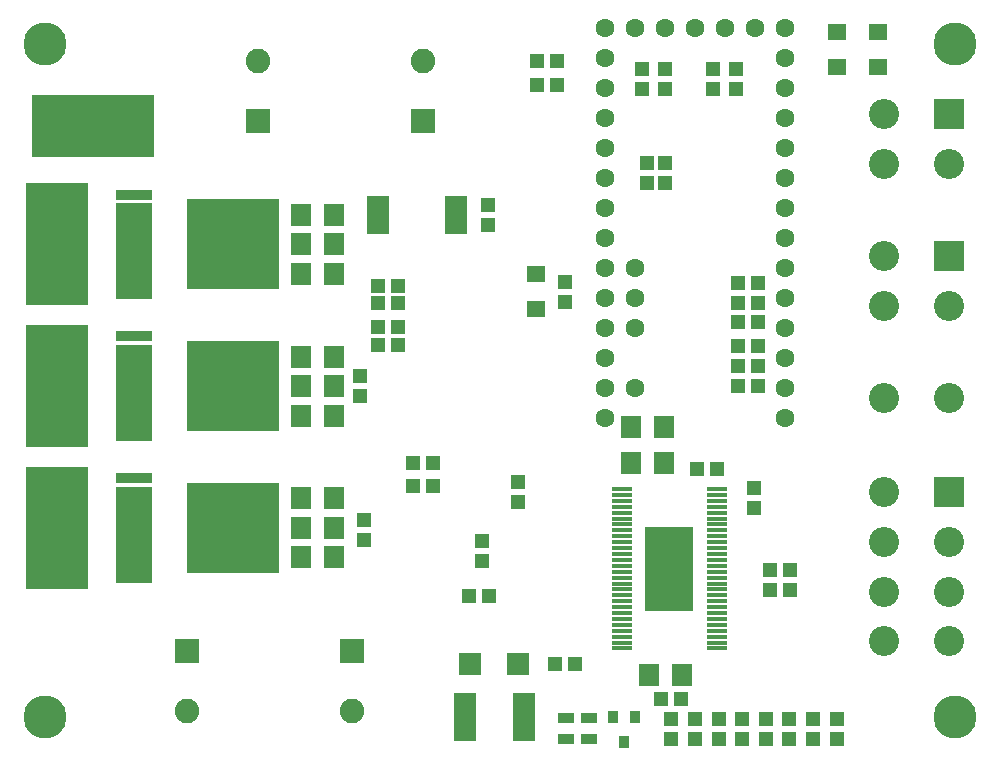
<source format=gbr>
G04 EAGLE Gerber RS-274X export*
G75*
%MOMM*%
%FSLAX34Y34*%
%LPD*%
%AMOC8*
5,1,8,0,0,1.08239X$1,22.5*%
G01*
%ADD10R,1.652400X0.362400*%
%ADD11R,4.152400X7.152400*%
%ADD12R,1.252400X1.152400*%
%ADD13R,1.152400X1.252400*%
%ADD14R,1.952400X1.852400*%
%ADD15R,1.952400X4.152400*%
%ADD16R,1.352400X0.952400*%
%ADD17C,1.600200*%
%ADD18R,1.752400X1.952400*%
%ADD19R,1.930400X3.327400*%
%ADD20R,0.952400X1.052400*%
%ADD21R,3.152400X8.152400*%
%ADD22R,3.152400X0.952400*%
%ADD23R,7.802400X7.652400*%
%ADD24C,2.082800*%
%ADD25R,2.082800X2.082800*%
%ADD26R,1.552400X1.352400*%
%ADD27C,2.552400*%
%ADD28R,2.552400X2.552400*%
%ADD29C,3.652400*%
%ADD30R,5.232400X10.312400*%
%ADD31R,10.312400X5.232400*%


D10*
X608340Y97800D03*
X608340Y102800D03*
X608340Y107800D03*
X608340Y112800D03*
X608340Y117800D03*
X608340Y122800D03*
X608340Y127800D03*
X608340Y132800D03*
X608340Y137800D03*
X608340Y142800D03*
X608340Y147800D03*
X608340Y152800D03*
X608340Y157800D03*
X608340Y162800D03*
X608340Y167800D03*
X608340Y172800D03*
X608340Y177800D03*
X608340Y182800D03*
X608340Y187800D03*
X608340Y192800D03*
X608340Y197800D03*
X608340Y202800D03*
X608340Y207800D03*
X608340Y212800D03*
X608340Y217800D03*
X608340Y222800D03*
X608340Y227800D03*
X608340Y232800D03*
X528340Y232800D03*
X528340Y227800D03*
X528340Y222800D03*
X528340Y217800D03*
X528340Y212800D03*
X528340Y207800D03*
X528340Y202800D03*
X528340Y197800D03*
X528340Y192800D03*
X528340Y187800D03*
X528340Y182800D03*
X528340Y177800D03*
X528340Y172800D03*
X528340Y167800D03*
X528340Y162800D03*
X528340Y157800D03*
X528340Y152800D03*
X528340Y147800D03*
X528340Y142800D03*
X528340Y137800D03*
X528340Y132800D03*
X528340Y127800D03*
X528340Y122800D03*
X528340Y117800D03*
X528340Y112800D03*
X528340Y107800D03*
X528340Y102800D03*
X528340Y97800D03*
D11*
X568340Y165300D03*
D12*
X561500Y55000D03*
X578500Y55000D03*
D13*
X440000Y238500D03*
X440000Y221500D03*
X410000Y188500D03*
X410000Y171500D03*
D12*
X398500Y142000D03*
X415500Y142000D03*
D14*
X399500Y85000D03*
X440500Y85000D03*
D15*
X395000Y40000D03*
X445000Y40000D03*
D13*
X415000Y456500D03*
X415000Y473500D03*
X570000Y21500D03*
X570000Y38500D03*
D12*
X488500Y85000D03*
X471500Y85000D03*
X608500Y250000D03*
X591500Y250000D03*
X670500Y164000D03*
X653500Y164000D03*
X653500Y147000D03*
X670500Y147000D03*
D13*
X630000Y21500D03*
X630000Y38500D03*
X670000Y21500D03*
X670000Y38500D03*
X650000Y21500D03*
X650000Y38500D03*
X690000Y38500D03*
X690000Y21500D03*
X590000Y38500D03*
X590000Y21500D03*
X610000Y21500D03*
X610000Y38500D03*
X640000Y216500D03*
X640000Y233500D03*
D12*
X626500Y390000D03*
X643500Y390000D03*
X626500Y407000D03*
X643500Y407000D03*
X626500Y374000D03*
X643500Y374000D03*
D13*
X310000Y189500D03*
X310000Y206500D03*
D12*
X351500Y255000D03*
X368500Y255000D03*
X351500Y235000D03*
X368500Y235000D03*
X321500Y370000D03*
X338500Y370000D03*
X321500Y355000D03*
X338500Y355000D03*
X321500Y405000D03*
X338500Y405000D03*
X321500Y390000D03*
X338500Y390000D03*
X473500Y575000D03*
X456500Y575000D03*
X456500Y595000D03*
X473500Y595000D03*
D16*
X481000Y21000D03*
X481000Y39000D03*
D17*
X665810Y293180D03*
X665810Y318580D03*
X665810Y343980D03*
X665810Y369380D03*
X665810Y394780D03*
X665810Y420180D03*
X665810Y445580D03*
X665810Y470980D03*
X665810Y496380D03*
X665810Y521780D03*
X665810Y547180D03*
X665810Y572580D03*
X665810Y597980D03*
X665810Y623380D03*
X640410Y623380D03*
X615010Y623380D03*
X589610Y623380D03*
X564210Y623380D03*
X538810Y623380D03*
X513410Y623380D03*
X513410Y597980D03*
X513410Y572580D03*
X513410Y547180D03*
X513410Y521780D03*
X513410Y496380D03*
X513410Y470980D03*
X513410Y445580D03*
X513410Y420180D03*
X513410Y394780D03*
X513410Y369380D03*
X513410Y343980D03*
X513410Y318580D03*
X513410Y293180D03*
X538810Y318580D03*
X538810Y369380D03*
X538810Y394780D03*
X538810Y420180D03*
D18*
X256000Y345000D03*
X284000Y345000D03*
X256000Y465000D03*
X284000Y465000D03*
X256000Y415000D03*
X284000Y415000D03*
X256000Y225000D03*
X284000Y225000D03*
X256000Y320000D03*
X284000Y320000D03*
X256000Y175000D03*
X284000Y175000D03*
X536000Y255000D03*
X564000Y255000D03*
X256000Y440000D03*
X284000Y440000D03*
X256000Y295000D03*
X284000Y295000D03*
X256000Y200000D03*
X284000Y200000D03*
D19*
X388020Y465000D03*
X321980Y465000D03*
D12*
X626500Y354000D03*
X643500Y354000D03*
X626500Y320000D03*
X643500Y320000D03*
X626500Y337000D03*
X643500Y337000D03*
D13*
X545000Y571500D03*
X545000Y588500D03*
X565000Y588500D03*
X565000Y571500D03*
D16*
X500000Y21000D03*
X500000Y39000D03*
D13*
X549000Y491500D03*
X549000Y508500D03*
X565000Y491500D03*
X565000Y508500D03*
D20*
X539500Y40000D03*
X520500Y40000D03*
X530000Y19000D03*
D21*
X115000Y194000D03*
D22*
X115000Y242000D03*
D23*
X198550Y200000D03*
D21*
X115000Y314000D03*
D22*
X115000Y362000D03*
D23*
X198550Y320000D03*
D21*
X115000Y434000D03*
D22*
X115000Y482000D03*
D23*
X198550Y440000D03*
D13*
X306209Y311155D03*
X306209Y328155D03*
D24*
X220000Y595400D03*
D25*
X220000Y544600D03*
D24*
X360000Y595400D03*
D25*
X360000Y544600D03*
D24*
X160000Y44600D03*
D25*
X160000Y95400D03*
D26*
X455000Y415000D03*
X455000Y385000D03*
X710000Y590000D03*
X710000Y620000D03*
X745000Y590000D03*
X745000Y620000D03*
D13*
X480000Y408500D03*
X480000Y391500D03*
X625000Y588500D03*
X625000Y571500D03*
X605000Y588500D03*
X605000Y571500D03*
D27*
X750000Y230000D03*
D28*
X805000Y230000D03*
D27*
X750000Y188000D03*
X805000Y188000D03*
X750000Y146000D03*
X805000Y146000D03*
X750000Y104000D03*
X805000Y104000D03*
X750000Y430000D03*
X750000Y388000D03*
X805000Y388000D03*
D28*
X805000Y430000D03*
D27*
X750000Y550000D03*
X750000Y508000D03*
X805000Y508000D03*
D28*
X805000Y550000D03*
D29*
X40000Y40000D03*
X810000Y40000D03*
X40000Y610000D03*
X810000Y610000D03*
D13*
X710000Y38500D03*
X710000Y21500D03*
D30*
X50000Y200000D03*
X50000Y320000D03*
X50000Y440000D03*
D31*
X80000Y540000D03*
D24*
X300000Y44600D03*
D25*
X300000Y95400D03*
D18*
X551000Y75000D03*
X579000Y75000D03*
X536000Y285000D03*
X564000Y285000D03*
D27*
X805000Y310000D03*
X750000Y310000D03*
M02*

</source>
